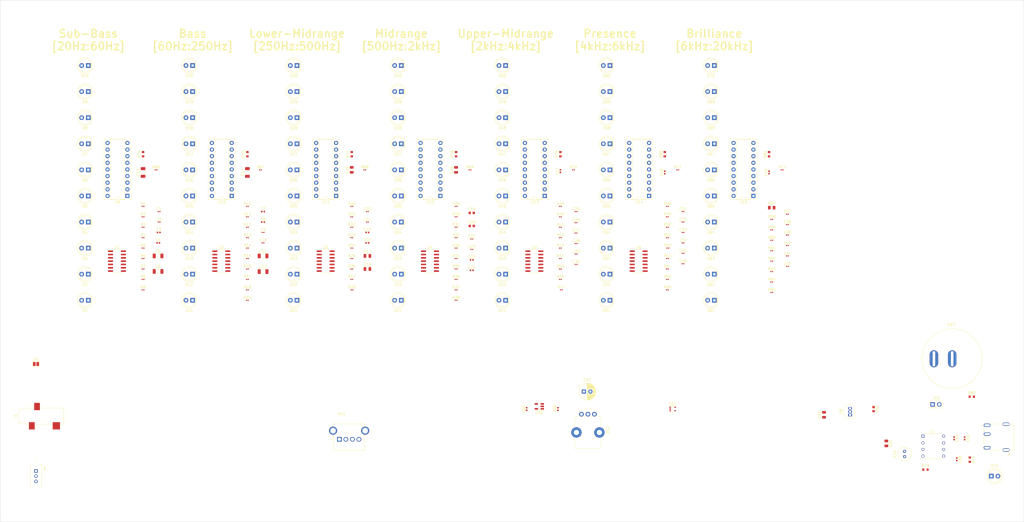
<source format=kicad_pcb>
(kicad_pcb (version 20211014) (generator pcbnew)
  (layers (0 "F.Cu" signal) (31 "B.Cu" signal) (34 "B.Paste" user) (35 "F.Paste" user) (36 "B.SilkS" user "B.Silkscreen") (37 "F.SilkS" user "F.Silkscreen") (38 "B.Mask" user) (39 "F.Mask" user) (44 "Edge.Cuts" user))
  (net 0 "")
  (net 1 "Net-(C1-Pad1)")
  (net 2 "Net-(C1-Pad2)")
  (net 3 "Net-(C2-Pad2)")
  (net 4 "Net-(C3-Pad1)")
  (net 5 "Net-(C3-Pad2)")
  (net 6 "Net-(C4-Pad2)")
  (net 7 "Net-(C5-Pad1)")
  (net 8 "Net-(C43-Pad1)")
  (net 9 "Net-(C6-Pad2)")
  (net 10 "Net-(C7-Pad1)")
  (net 11 "Net-(C7-Pad2)")
  (net 12 "Net-(C8-Pad2)")
  (net 13 "Net-(C10-Pad1)")
  (net 14 "Net-(C9-Pad2)")
  (net 15 "Net-(C10-Pad2)")
  (net 16 "Net-(C11-Pad1)")
  (net 17 "Net-(C11-Pad2)")
  (net 18 "Net-(C12-Pad2)")
  (net 19 "Net-(C13-Pad1)")
  (net 20 "Net-(C13-Pad2)")
  (net 21 "Net-(C14-Pad2)")
  (net 22 "Net-(C15-Pad1)")
  (net 23 "Net-(C15-Pad2)")
  (net 24 "Net-(C16-Pad2)")
  (net 25 "Net-(C17-Pad1)")
  (net 26 "Net-(C17-Pad2)")
  (net 27 "Net-(C18-Pad2)")
  (net 28 "Net-(C19-Pad1)")
  (net 29 "Net-(C19-Pad2)")
  (net 30 "Net-(C20-Pad2)")
  (net 31 "Net-(C21-Pad1)")
  (net 32 "Net-(C21-Pad2)")
  (net 33 "Net-(C22-Pad2)")
  (net 34 "Net-(C23-Pad1)")
  (net 35 "Net-(C23-Pad2)")
  (net 36 "Net-(C24-Pad2)")
  (net 37 "Net-(C25-Pad1)")
  (net 38 "Net-(C25-Pad2)")
  (net 39 "Net-(C26-Pad2)")
  (net 40 "Net-(C27-Pad1)")
  (net 41 "Net-(C27-Pad2)")
  (net 42 "Net-(C28-Pad2)")
  (net 43 "Net-(C29-Pad1)")
  (net 44 "Net-(C29-Pad2)")
  (net 45 "Net-(C30-Pad2)")
  (net 46 "Net-(C31-Pad1)")
  (net 47 "Net-(C31-Pad2)")
  (net 48 "Net-(C32-Pad2)")
  (net 49 "Net-(C33-Pad1)")
  (net 50 "Net-(C33-Pad2)")
  (net 51 "Net-(C34-Pad2)")
  (net 52 "Net-(C35-Pad1)")
  (net 53 "Net-(C35-Pad2)")
  (net 54 "Net-(C36-Pad2)")
  (net 55 "Net-(C37-Pad1)")
  (net 56 "Net-(C37-Pad2)")
  (net 57 "Net-(C38-Pad2)")
  (net 58 "Net-(C39-Pad1)")
  (net 59 "Net-(C39-Pad2)")
  (net 60 "Net-(C40-Pad2)")
  (net 61 "Net-(C41-Pad1)")
  (net 62 "Net-(C41-Pad2)")
  (net 63 "Net-(C42-Pad2)")
  (net 64 "VSubBass")
  (net 65 "VBass")
  (net 66 "VLowerMidrange")
  (net 67 "VMidrange")
  (net 68 "VUpperMidrange")
  (net 69 "VPresence")
  (net 70 "VBrilliance")
  (net 71 "+9V")
  (net 72 "GND")
  (net 73 "+5V")
  (net 74 "Net-(C54-Pad1)")
  (net 75 "Net-(C54-Pad2)")
  (net 76 "Net-(C55-Pad1)")
  (net 77 "-5V")
  (net 78 "Net-(D1-Pad1)")
  (net 79 "Net-(D2-Pad1)")
  (net 80 "Net-(D3-Pad1)")
  (net 81 "Net-(D4-Pad1)")
  (net 82 "Net-(D5-Pad1)")
  (net 83 "Net-(D6-Pad1)")
  (net 84 "Net-(D7-Pad1)")
  (net 85 "Net-(D8-Pad1)")
  (net 86 "Net-(D9-Pad1)")
  (net 87 "Net-(D10-Pad1)")
  (net 88 "Net-(C59-Pad1)")
  (net 89 "Net-(D11-Pad1)")
  (net 90 "Net-(D12-Pad1)")
  (net 91 "Net-(D13-Pad1)")
  (net 92 "Net-(D14-Pad1)")
  (net 93 "Net-(D15-Pad1)")
  (net 94 "Net-(D16-Pad1)")
  (net 95 "Net-(D17-Pad1)")
  (net 96 "Net-(D18-Pad1)")
  (net 97 "Net-(D19-Pad1)")
  (net 98 "Net-(D20-Pad1)")
  (net 99 "Net-(D21-Pad1)")
  (net 100 "Net-(D22-Pad1)")
  (net 101 "Net-(D23-Pad1)")
  (net 102 "Net-(D24-Pad1)")
  (net 103 "Net-(D25-Pad1)")
  (net 104 "Net-(D26-Pad1)")
  (net 105 "Net-(D27-Pad1)")
  (net 106 "Net-(D28-Pad1)")
  (net 107 "Net-(D29-Pad1)")
  (net 108 "Net-(D30-Pad1)")
  (net 109 "Net-(D31-Pad1)")
  (net 110 "Net-(D32-Pad1)")
  (net 111 "Net-(D33-Pad1)")
  (net 112 "Net-(D34-Pad1)")
  (net 113 "Net-(D35-Pad1)")
  (net 114 "Net-(D36-Pad1)")
  (net 115 "Net-(D37-Pad1)")
  (net 116 "Net-(D38-Pad1)")
  (net 117 "Net-(D39-Pad1)")
  (net 118 "Net-(D40-Pad1)")
  (net 119 "Net-(D41-Pad1)")
  (net 120 "Net-(D42-Pad1)")
  (net 121 "Net-(D43-Pad1)")
  (net 122 "Net-(D44-Pad1)")
  (net 123 "Net-(D45-Pad1)")
  (net 124 "Net-(D46-Pad1)")
  (net 125 "Net-(D47-Pad1)")
  (net 126 "Net-(D48-Pad1)")
  (net 127 "Net-(D49-Pad1)")
  (net 128 "Net-(D50-Pad1)")
  (net 129 "Net-(D51-Pad1)")
  (net 130 "Net-(D52-Pad1)")
  (net 131 "Net-(D53-Pad1)")
  (net 132 "Net-(D54-Pad1)")
  (net 133 "Net-(D55-Pad1)")
  (net 134 "Net-(D56-Pad1)")
  (net 135 "Net-(D57-Pad1)")
  (net 136 "Net-(D58-Pad1)")
  (net 137 "Net-(D59-Pad1)")
  (net 138 "Net-(D60-Pad1)")
  (net 139 "Net-(D61-Pad1)")
  (net 140 "Net-(D62-Pad1)")
  (net 141 "Net-(D63-Pad1)")
  (net 142 "Net-(D64-Pad1)")
  (net 143 "Net-(D65-Pad1)")
  (net 144 "Net-(D66-Pad1)")
  (net 145 "Net-(D67-Pad1)")
  (net 146 "Net-(D68-Pad1)")
  (net 147 "Net-(D69-Pad1)")
  (net 148 "Net-(D70-Pad1)")
  (net 149 "/Vsig_male")
  (net 150 "Mode")
  (net 151 "Vsig")
  (net 152 "Net-(R12-Pad2)")
  (net 153 "Net-(R31-Pad2)")
  (net 154 "Net-(R73-Pad2)")
  (net 155 "Net-(R75-Pad1)")
  (net 156 "LED_Brightness_Control")
  (net 157 "Net-(R76-Pad1)")
  (net 158 "Net-(R77-Pad1)")
  (net 159 "Net-(R78-Pad1)")
  (net 160 "Net-(R79-Pad1)")
  (net 161 "Net-(R80-Pad1)")
  (net 162 "Net-(R81-Pad1)")
  (net 164 "Net-(D71-Pad2)")
  (net 165 "/Vsig_female")
  (net 166 "/Power/Power")
  (net 167 "Net-(U6-Pad5)")
  (net 168 "Net-(U6-Pad13)")
  (net 169 "Net-(U6-Pad10)")
  (net 170 "Net-(U6-Pad12)")
  (net 172 "Rhi_Value")
  (net 174 "Net-(U17-Pad1)")
  (net 175 "Net-(J2-PadS1)")
  (footprint "Resistor_SMD:R_0201_0603Metric" (layer "F.Cu") (at 146 116)
    (fp_text reference "R13")
    (fp_text value "118k")
  )
  (footprint "LED_THT:LED_D5.0mm" (layer "F.Cu") (at 205 60 180)
    (fp_text reference "D39")
    (fp_text value "LED")
  )
  (footprint "Resistor_SMD:R_0201_0603Metric" (layer "F.Cu") (at 151 90)
    (fp_text reference "R67")
    (fp_text value "1k")
  )
  (footprint "Resistor_SMD:R_0201_0603Metric" (layer "F.Cu") (at 186 128)
    (fp_text reference "R26")
    (fp_text value "140k")
  )
  (footprint "Resistor_SMD:R_0603_1608Metric" (layer "F.Cu") (at 146 84 90)
    (fp_text reference "R76")
    (fp_text value "680")
  )
  (footprint "Capacitor_THT:C_Radial_D5.0mm_H5.0mm_P2.00mm" (layer "F.Cu") (at 397.95 199.93 90)
    (fp_text reference "C55")
    (fp_text value "100u")
  )
  (footprint "LED_THT:LED_D5.0mm" (layer "F.Cu") (at 85 90 180)
    (fp_text reference "D6")
    (fp_text value "LED")
  )
  (footprint "LED_THT:LED_D5.0mm" (layer "F.Cu") (at 325 100 180)
    (fp_text reference "D65")
    (fp_text value "LED")
  )
  (footprint "Resistor_SMD:R_0201_0603Metric" (layer "F.Cu") (at 226 116)
    (fp_text reference "R32")
    (fp_text value "33.2k")
  )
  (footprint "Resistor_SMD:R_0201_0603Metric" (layer "F.Cu") (at 106 136)
    (fp_text reference "R9")
    (fp_text value "390k")
  )
  (footprint "Resistor_SMD:R_0201_0603Metric" (layer "F.Cu") (at 146 136)
    (fp_text reference "R18")
    (fp_text value "66.5k")
  )
  (footprint "Capacitor_SMD:C_0201_0603Metric" (layer "F.Cu") (at 313 122)
    (fp_text reference "C35")
    (fp_text value "1n")
  )
  (footprint "Capacitor_SMD:C_0402_1005Metric" (layer "F.Cu") (at 416.95 192.93 -90)
    (fp_text reference "C53")
    (fp_text value "1u")
  )
  (footprint "Capacitor_SMD:C_0201_0603Metric" (layer "F.Cu") (at 192 110)
    (fp_text reference "C14")
    (fp_text value "4.7n")
  )
  (footprint "Resistor_SMD:R_0201_0603Metric" (layer "F.Cu") (at 226 108)
    (fp_text reference "R30")
    (fp_text value "100k")
  )
  (footprint "LED_THT:LED_D5.0mm" (layer "F.Cu") (at 325 70 180)
    (fp_text reference "D68")
    (fp_text value "LED")
  )
  (footprint "Resistor_SMD:R_0201_0603Metric" (layer "F.Cu") (at 307 116)
    (fp_text reference "R51")
    (fp_text value "66.5k")
  )
  (footprint "Resistor_SMD:R_0603_1608Metric" (layer "F.Cu") (at 186 84 90)
    (fp_text reference "R77")
    (fp_text value "680")
  )
  (footprint "Resistor_SMD:R_0201_0603Metric" (layer "F.Cu") (at 226 112)
    (fp_text reference "R31")
    (fp_text value "66.5k")
  )
  (footprint "LED_THT:LED_D5.0mm" (layer "F.Cu") (at 245 110 180)
    (fp_text reference "D44")
    (fp_text value "LED")
  )
  (footprint "Resistor_SMD:R_0201_0603Metric" (layer "F.Cu") (at 186 104)
    (fp_text reference "R20")
    (fp_text value "137k")
  )
  (footprint "Capacitor_SMD:C_0201_0603Metric" (layer "F.Cu") (at 232 120.5)
    (fp_text reference "C22")
    (fp_text value "1n")
  )
  (footprint "Package_DIP:DIP-18_W7.62mm_Socket" (layer "F.Cu") (at 260 100 180)
    (fp_text reference "U13")
    (fp_text value "LM3915N-1")
  )
  (footprint "Capacitor_SMD:C_0603_1608Metric" (layer "F.Cu") (at 232 111.5)
    (fp_text reference "C20")
    (fp_text value "1.6n")
  )
  (footprint "LED_THT:LED_D5.0mm" (layer "F.Cu") (at 285 140 180)
    (fp_text reference "D51")
    (fp_text value "LED")
  )
  (footprint "Capacitor_SMD:C_0805_2012Metric" (layer "F.Cu") (at 192 128)
    (fp_text reference "C18")
    (fp_text value "6.2n")
  )
  (footprint "Resistor_SMD:R_0201_0603Metric" (layer "F.Cu") (at 106 120)
    (fp_text reference "R5")
    (fp_text value "37.4k")
  )
  (footprint "Capacitor_SMD:C_0201_0603Metric" (layer "F.Cu") (at 152 114)
    (fp_text reference "C9")
    (fp_text value "6.8n")
  )
  (footprint "Potentiometer_THT:Potentiometer_Bourns_PTV09A-1_Single_Vertical" (layer "F.Cu") (at 274.05 183.68 -90)
    (fp_text reference "RV2")
    (fp_text value "5k_Rhi_Adjuster")
  )
  (footprint "Capacitor_SMD:C_0201_0603Metric" (layer "F.Cu") (at 272 122.25)
    (fp_text reference "C29")
    (fp_text value "1n")
  )
  (footprint "LED_THT:LED_D5.0mm" (layer "F.Cu") (at 165 140 180)
    (fp_text reference "D21")
    (fp_text value "LED")
  )
  (footprint "Package_DIP:DIP-18_W7.62mm_Socket" (layer "F.Cu") (at 180 100 180)
    (fp_text reference "U11")
    (fp_text value "LM3915N-1")
  )
  (footprint "Resistor_SMD:R_0201_0603Metric" (layer "F.Cu") (at 226 124)
    (fp_text reference "R34")
    (fp_text value "48.7k")
  )
  (footprint "LED_THT:LED_D5.0mm" (layer "F.Cu") (at 285 50 180)
    (fp_text reference "D60")
    (fp_text value "LED")
  )
  (footprint "LED_THT:LED_D5.0mm" (layer "F.Cu") (at 325 80 180)
    (fp_text reference "D67")
    (fp_text value "LED")
  )
  (footprint "Resistor_SMD:R_0201_0603Metric" (layer "F.Cu") (at 226 104)
    (fp_text reference "R29")
    (fp_text value "100k")
  )
  (footprint "Resistor_SMD:R_0201_0603Metric" (layer "F.Cu") (at 307.155 120)
    (fp_text reference "R52")
    (fp_text value "2.87k")
  )
  (footprint "Package_TO_SOT_SMD:SOT-353_SC-70-5" (layer "F.Cu") (at 309.05 181.68)
    (fp_text reference "U17")
    (fp_text value "NCS333ASQ3T2G")
  )
  (footprint "Resistor_SMD:R_0201_0603Metric" (layer "F.Cu") (at 271 90)
    (fp_text reference "R70")
    (fp_text value "1k")
  )
  (footprint "Package_DIP:DIP-18_W7.62mm_Socket" (layer "F.Cu") (at 220 100 180)
    (fp_text reference "U12")
    (fp_text value "LM3915N-1")
  )
  (footprint "Capacitor_SMD:C_0201_0603Metric" (layer "F.Cu") (at 353 119)
    (fp_text reference "C40")
    (fp_text value "1n")
  )
  (footprint "Resistor_SMD:R_0201_0603Metric" (layer "F.Cu") (at 146 132)
    (fp_text reference "R17")
    (fp_text value "68k")
  )
  (footprint "Capacitor_SMD:C_0402_1005Metric" (layer "F.Cu") (at 152 106)
    (fp_text reference "C7")
    (fp_text value "13n")
  )
  (footprint "Resistor_SMD:R_0201_0603Metric" (layer "F.Cu") (at 347 117)
    (fp_text reference "R60")
    (fp_text value "8.06k")
  )
  (footprint "LED_THT:LED_D5.0mm" (layer "F.Cu") (at 85 130 180)
    (fp_text reference "D2")
    (fp_text value "LED")
  )
  (footprint "Capacitor_SMD:C_0402_1005Metric" (layer "F.Cu") (at 232 128.5)
    (fp_text reference "C24")
    (fp_text value "3n")
  )
  (footprint "Capacitor_SMD:C_0805_2012Metric" (layer "F.Cu") (at 226 90 90)
    (fp_text reference "C46")
    (fp_text value "10u")
  )
  (footprint "LED_THT:LED_D5.0mm" (layer "F.Cu") (at 165 80 180)
    (fp_text reference "D27")
    (fp_text value "LED")
  )
  (footprint "LED_THT:LED_D5.0mm" (layer "F.Cu") (at 125 120 180)
    (fp_text reference "D13")
    (fp_text value "LED")
  )
  (footprint "Resistor_SMD:R_0201_0603Metric" (layer "F.Cu") (at 226 140)
    (fp_text reference "R38")
    (fp_text value "324k")
  )
  (footprint "Package_DIP:DIP-18_W7.62mm_Socket" (layer "F.Cu") (at 140 100 180)
    (fp_text reference "U10")
    (fp_text value "LM3915N-1")
  )
  (footprint "Resistor_SMD:R_0201_0603Metric" (layer "F.Cu") (at 146 128)
    (fp_text reference "R16")
    (fp_text value "309k")
  )
  (footprint "LED_THT:LED_D5.0mm" (layer "F.Cu") (at 85 100 180)
    (fp_text reference "D5")
    (fp_text value "LED")
  )
  (footprint "Resistor_SMD:R_0201_0603Metric" (layer "F.Cu") (at 146 124)
    (fp_text reference "R15")
    (fp_text value "62k")
  )
  (footprint "Capacitor_SMD:C_0201_0603Metric" (layer "F.Cu") (at 271.975 114.25)
    (fp_text reference "C27")
    (fp_text value "1n")
  )
  (footprint "Capacitor_SMD:C_0402_1005Metric" (layer "F.Cu") (at 192 114)
    (fp_text reference "C15")
    (fp_text value "3.3n")
  )
  (footprint "Capacitor_SMD:C_1206_3216Metric" (layer "F.Cu") (at 152 123)
    (fp_text reference "C11")
    (fp_text value "24n")
  )
  (footprint "Capacitor_SMD:C_0603_1608Metric" (layer "F.Cu") (at 386.06 181.725 -90)
    (fp_text reference "C50")
    (fp_text value "0.33uF")
  )
  (footprint "LED_THT:LED_D5.0mm" (layer "F.Cu") (at 125 110 180)
    (fp_text reference "D14")
    (fp_text value "LED")
  )
  (footprint "LED_THT:LED_D5.0mm" (layer "F.Cu") (at 205 50 180)
    (fp_text reference "D40")
    (fp_text value "LED")
  )
  (footprint "Resistor_SMD:R_0201_0603Metric" (layer "F.Cu") (at 347 133)
    (fp_text reference "R64")
    (fp_text value "10.7k")
  )
  (footprint "Capacitor_SMD:C_0402_1005Metric" (layer "F.Cu") (at 306 91 90)
    (fp_text reference "C48")
    (fp_text value "1u")
  )
  (footprint "Package_SO:SOIC-14_3.9x8.7mm_P1.27mm" (layer "F.Cu") (at 136 125)
    (fp_text reference "U2")
    (fp_text value "LM324")
  )
  (footprint "LED_THT:LED_D5.0mm" (layer "F.Cu") (at 245 90 180)
    (fp_text reference "D46")
    (fp_text value "LED")
  )
  (footprint "LED_THT:LED_D5.0mm" (layer "F.Cu") (at 85 70 180)
    (fp_text reference "D8")
    (fp_text value "LED")
  )
  (footprint "Resistor_SMD:R_0603_1608Metric" (layer "F.Cu") (at 422.95 201.105 -90)
    (fp_text reference "R74")
    (fp_text value "102k")
  )
  (footprint "Capacitor_SMD:C_0805_2012Metric" (layer "F.Cu") (at 186 90 90)
    (fp_text reference "C45")
    (fp_text value "10u")
  )
  (footprint "LED_THT:LED_D5.0mm" (layer "F.Cu") (at 85 80 180)
    (fp_text reference "D7")
    (fp_text value "LED")
  )
  (footprint "LED_THT:LED_D5.0mm" (layer "F.Cu") (at 205 80 180)
    (fp_text reference "D37")
    (fp_text value "LED")
  )
  (footprint "Resistor_SMD:R_0201_0603Metric" (layer "F.Cu") (at 146 140)
    (fp_text reference "R19")
    (fp_text value "332k")
  )
  (footprint "Slide_Switch:SW_OS102011MS2QN1" (layer "F.Cu") (at 64.95 207.43 -90)
    (fp_text reference "SW1")
    (fp_text value "SW_SPDT")
  )
  (footprint "LED_THT:LED_D5.0mm" (layer "F.Cu") (at 125 130 180)
    (fp_text reference "D12")
    (fp_text value "LED")
  )
  (footprint "Capacitor_SMD:C_0201_0603Metric" (layer "F.Cu") (at 353 111)
    (fp_text reference "C38")
    (fp_text value "1n")
  )
  (footprint "LED_THT:LED_D5.0mm" (layer "F.Cu") (at 285 70 180)
    (fp_text reference "D58")
    (fp_text value "LED")
  )
  (footprint "LED_THT:LED_D5.0mm" (layer "F.Cu") (at 325 130 180)
    (fp_text reference "D62")
    (fp_text value "LED")
  )
  (footprint "Resistor_SMD:R_0201_0603Metric" (layer "F.Cu") (at 347 121)
    (fp_text reference "R61")
    (fp_text value "4.32k")
  )
  (footprint "LED_THT:LED_D5.0mm" (layer "F.Cu") (at 285 100 180)
    (fp_text reference "D55")
    (fp_text value "LED")
  )
  (footprint "Resistor_SMD:R_0201_0603Metric" (layer "F.Cu") (at 146 120)
    (fp_text reference "R14")
    (fp_text value "63.4k")
  )
  (footprint "Resistor_SMD:R_0201_0603Metric" (layer "F.Cu") (at 307 108)
    (fp_text reference "R49")
    (fp_text value "7.32k")
  )
  (footprint "LED_THT:LED_D5.0mm" (layer "F.Cu") (at 205 120 180)
    (fp_text reference "D33")
    (fp_text value "LED")
  )
  (footprint "Resistor_SMD:R_0201_0603Metric" (layer "F.Cu") (at 226 120)
    (fp_text reference "R33")
    (fp_text value "56k")
  )
  (footprint "Resistor_SMD:R_0201_0603Metric" (layer "F.Cu") (at 347 109)
    (fp_text reference "R58")
    (fp_text value "48.7k")
  )
  (footprint "LED_THT:LED_D5.0mm" (layer "F.Cu") (at 125 70 180)
    (fp_text reference "D18")
    (fp_text value "LED")
  )
  (footprint "LED_THT:LED_D5.0mm" (layer "F.Cu") (at 245 50 180)
    (fp_text reference "D50")
    (fp_text value "LED")
  )
  (footprint "Capacitor_SMD:C_0201_0603Metric" (layer "F.Cu") (at 353 107)
    (fp_text reference "C37")
    (fp_text value "1n")
  )
  (footprint "Resistor_SMD:R_0201_0603Metric" (layer "F.Cu") (at 347 113)
    (fp_text reference "R59")
    (fp_text value "22.6k")
  )
  (footprint "LED_THT:LED_D5.0mm" (layer "F.Cu") (at 85 120 180)
    (fp_text reference "D3")
    (fp_text value "LED")
  )
  (footprint "Capacitor_SMD:C_0402_1005Metric" (layer "F.Cu") (at 232 124.5)
    (fp_text reference "C23")
    (fp_text value "3n")
  )
  (footprint "DC_Power_Jack_PJ_070BH:CUI_PJ-079BH" (layer "F.Cu") (at 439.8875 191.23 180)
    (fp_text reference "J2")
    (fp_text value "PJ-079BH")
  )
  (footprint "LED_THT:LED_D5.0mm" (layer "F.Cu") (at 245 80 180)
    (fp_text reference "D47")
    (fp_text value "LED")
  )
  (footprint "LED_THT:LED_D5.0mm" (layer "F.Cu") (at 125 60 180)
    (fp_text reference "D19")
    (fp_text value "LED")
  )
  (footprint "LED_THT:LED_D5.0mm" (layer "F.Cu") (at 431.2 207.43)
    (fp_text reference "D71")
    (fp_text value "LED")
  )
  (footprint "LED_THT:LED_D5.0mm" (layer "F.Cu") (at 165 90 180)
    (fp_text reference "D26")
    (fp_text value "LED")
  )
  (footprint "Capacitor_SMD:C_0402_1005Metric" (layer "F.Cu") (at 346 91 90)
    (fp_text reference "C49")
    (fp_text value "1u")
  )
  (footprint "Resistor_SMD:R_0201_0603Metric" (layer "F.Cu") (at 307 128)
    (fp_text reference "R54")
    (fp_text value "95.3k")
  )
  (footprint "Resistor_SMD:R_0201_0603Metric" (layer "F.Cu") (at 186 124)
    (fp_text reference "R25")
    (fp_text value "590k")
  )
  (footprint "Capacitor_SMD:C_0805_2012Metric" (layer "F.Cu") (at 390.95 194.88 -90)
    (fp_text reference "C54")
    (fp_text value "10u")
  )
  (footprint "LED_THT:LED_D5.0mm" (layer "F.Cu") (at 245 60 180)
    (fp_text reference "D49")
    (fp_text value "LED")
  )
  (footprint "Resistor_SMD:R_0201_0603Metric" (layer "F.Cu") (at 266 112)
    (fp_text reference "R41")
    (fp_text value "160k")
  )
  (footprint "Capacitor_SMD:C_0201_0603Metric" (layer "F.Cu") (at 313 114)
    (fp_text reference "C33")
    (fp_text value "1n")
  )
  (footprint "Resistor_SMD:R_0201_0603Metric" (layer "F.Cu") (at 106 104)
    (fp_text reference "R1")
    (fp_text value "84.5k")
  )
  (footprint "Capacitor_SMD:C_0402_1005Metric" (layer "F.Cu") (at 420.95 192.93 -90)
    (fp_text reference "C52")
    (fp_text value "1u")
  )
  (footprint "Package_DIP:DIP-18_W7.62mm_Socket" (layer "F.Cu") (at 340 100 180)
    (fp_text reference "U15")
    (fp_text value "LM3915N-1")
  )
  (footprint "LED_THT:LED_D5.0mm" (layer "F.Cu") (at 285 110 180)
    (fp_text reference "D54")
    (fp_text value "LED")
  )
  (footprint "Resistor_SMD:R_0201_0603Metric" (layer "F.Cu") (at 307 136)
    (fp_text reference "R56")
    (fp_text value "383k")
  )
  (footprint "Capacitor_SMD:C_0805_2012Metric" (layer "F.Cu") (at 367.06 183.9 90)
    (fp_text reference "C51")
    (fp_text value "0.1uF")
  )
  (footprint "Capacitor_SMD:C_0201_0603Metric" (layer "F.Cu") (at 192 106)
    (fp_text reference "C13")
    (fp_text value "4.7n")
  )
  (footprint "Capacitor_SMD:C_0201_0603Metric" (layer "F.Cu") (at 313 126)
    (fp_text reference "C36")
    (fp_text value "1n")
  )
  (footprint "LED_THT:LED_D5.0mm" (layer "F.Cu") (at 285 120 180)
    (fp_text reference "D53")
    (fp_text value "LED")
  )
  (footprint "LED_THT:LED_D5.0mm" (layer "F.Cu") (at 165 100 180)
    (fp_text reference "D25")
    (fp_text value "LED")
  )
  (footprint "LED_THT:LED_D5.0mm" (layer "F.Cu") (at 285 60 180)
    (fp_text reference "D59")
    (fp_text value "LED")
  )
  (footprint "LED_THT:LED_D5.0mm" (layer "F.Cu") (at 85 140 180)
    (fp_text reference "D1")
    (fp_text value "LED")
  )
  (footprint "LED_THT:LED_D5.0mm" (layer "F.Cu") (at 165 130 180)
    (fp_text reference "D22")
    (fp_text value "LED")
  )
  (footprint "Package_DIP:DIP-18_W7.62mm_Socket" (layer "F.Cu") (at 100 100 180)
    (fp_text reference "U9")
    (fp_text value "LM3915N-1")
  )
  (footprint "Capacitor_SMD:C_1206_3216Metric" (layer "F.Cu") (at 111.75 128.95)
    (fp_text reference "C6")
    (fp_text value "75n")
  )
  (footprint "LED_THT:LED_D5.0mm" (layer "F.Cu") (at 205 130 180)
    (fp_text reference "D32")
    (fp_text value "LED")
  )
  (footprint "LED_THT:LED_D5.0mm" (layer "F.Cu") (at 245 70 180)
    (fp_text reference "D48")
    (fp_text value "LED")
  )
  (footprint "Package_TO_SOT_THT:TO-92_Inline" (layer "F.Cu") (at 377.06 183.95 90)
    (fp_text reference "U8")
    (fp_text value "MC78L05_TO92")
  )
  (footprint "Resistor_SMD:R_0201_0603Metric" (layer "F.Cu") (at 186.095 136)
    (fp_text reference "R28")
    (fp_text value "576k")
  )
  (footprint "Capacitor_SMD:C_0201_0603Metric" (layer "F.Cu") (at 353 127)
    (fp_text reference "C42")
    (fp_text value "1n")
  )
  (footprint "LED_THT:LED_D5.0mm" (layer "F.Cu") (at 125 50 180)
    (fp_text reference "D20")
    (fp_text value "LED")
  )
  (footprint "Capacitor_SMD:C_0402_1005Metric" (layer "F.Cu") (at 112 114)
    (fp_text reference "C3")
    (fp_text value "27n")
  )
  (footprint "Resistor_SMD:R_0201_0603Metric" (layer "F.Cu") (at 146 112)
    (fp_text reference "R12")
    (fp_text value "162k")
  )
  (footprint "Resistor_SMD:R_0201_0603Metric" (layer "F.Cu") (at 111 90)
    (fp_text reference "R66")
    (fp_text value "1k")
  )
  (footprint "Capacitor_SMD:C_1206_3216Metric" (layer "F.Cu") (at 152 129)
    (fp_text reference "C12")
    (fp_text value "24n")
  )
  (footprint "Capacitor_SMD:C_0201_0603Metric" (layer "F.Cu") (at 313 110)
    (fp_text reference "C32")
    (fp_text value "1n")
  )
  (footprint "Resistor_SMD:R_0201_0603Metric" (layer "F.Cu") (at 191 90)
    (fp_text reference "R68")
    (fp_text value "1k")
  )
  (footprint "Capacitor_SMD:C_0402_1005Metric" (layer "F.Cu") (at 253.05 181.68 90)
    (fp_text reference "C59")
    (fp_text value "1u")
  )
  (footprint "Capacitor_SMD:C_0603_1608Metric" (layer "F.Cu") (at 232 106.5)
    (fp_text reference "C19")
    (fp_text value "1.6n")
  )
  (footprint "Capacitor_SMD:C_0402_1005Metric" (layer "F.Cu") (at 266 90.48 90)
    (fp_text reference "C47")
    (fp_text value "1u")
  )
  (footprint "Capacitor_SMD:C_0402_1005Metric" (layer "F.Cu") (at 152 110)
    (fp_text reference "C8")
    (fp_text value "13n")
  )
  (footprint "Capacitor_SMD:C_0201_0603Metric" (layer "F.Cu") (at 353 123)
    (fp_text reference "C41")
    (fp_text value "1n")
  )
  (footprint "LED_THT:LED_D5.0mm" (layer "F.Cu") (at 85 60 180)
    (fp_text reference "D9")
    (fp_text value "LED")
  )
  (footprint "PTV111_Horizontal:TRIM_PTV111-1415A-B203" (layer "F.Cu") (at 185 190)
    (fp_text reference "RV1")
    (fp_text value "10k_LED_Brightness_Pot")
    (fp_line (start 5.1 -1.1) (end 7.2 -1.1) (layer "Edge.Cuts") (width 0.01))
    (fp_line (start -7.2 -1.1) (end -5.1 -1.1) (layer "Edge.Cuts") (width 0.01))
    (fp_line (start -7.2 1.1) (end -7.2 -1.1) (layer "Edge.Cuts") (width 0.01))
    (fp_line (start 7.2 -1.1) (end 7.2 1.1) (layer "Edge.Cuts") (width 0.01))
    (fp_line (start 7.2 1.1) (end 5.1 1.1) (layer "Edge.Cuts") (width 0.01))
    (fp_line (start 5.1 1.1) (end 5.1 -1.1) (layer "Edge.Cuts") (width 0.01))
    (fp_line (start -5.1 -1.1) (end -5.1 1.1) (layer "Edge.Cuts") (width 0.01))
    (fp_line (start -5.1 1.1) (end -7.2 1.1) (layer "Edge.Cuts") (width 0.01))
  )
  (footprint "LED_THT:LED_D5.0mm" (layer "F.Cu") (at 245 120 180)
    (fp_text reference "D43")
    (fp_text value "LED")
  )
  (footprint "Resistor_SMD:R_0201_0603Metric" (layer "F.Cu") (at 266.345 136)
    (fp_text reference "R47")
    (fp_text value "453k")
  )
  (footprint "Capacitor_SMD:C_0805_2012Metric" (layer "F.Cu") (at 192 123)
    (fp_text reference "C17")
    (fp_text value "6.2n")
  )
  (footprint "LED_THT:LED_D5.0mm" (layer "F.Cu") (at 85 110 180)
    (fp_text reference "D4")
    (fp_text value "LED")
  )
  (footprint "Resistor_SMD:R_0201_0603Metric" (layer "F.Cu") (at 307 104)
    (fp_text reference "R48")
    (fp_text value "78.7k")
  )
  (footprint "Capacitor_SMD:C_0201_0603Metric" (layer "F.Cu") (at 112.16 110)
    (fp_text reference "C2")
    (fp_text value "47n")
  )
  (footprint "Capacitor_SMD:C_0402_1005Metric" (layer "F.Cu") (at 192 118)
    (fp_text reference "C16")
    (fp_text value "3.3n")
  )
  (footprint "LED_THT:LED_D5.0mm" (layer "F.Cu") (at 205 100 180)
    (fp_text reference "D35")
    (fp_text value "LED")
  )
  (footprint "Resistor_SMD:R_0201_0603Metric" (layer "F.Cu") (at 347 137)
    (fp_text reference "R65")
    (fp_text value "90.9k")
  )
  (footprint "Connector_PinHeader_2.54mm:PinHeader_2x01_P2.54mm_Vertical" (layer "F.Cu") (at 408.7 179.93)
    (fp_text reference "JP2")
    (fp_text value "Jumper_2_Open")
  )
  (footprint "Capacitor_SMD:C_0201_0603Metric" (layer "F.Cu") (at 272 106)
    (fp_text reference "C25")
    (fp_text value "1n")
  )
  (footprint "Resistor_SMD:R_0201_0603Metric" (layer "F.Cu") (at 186 132)
    (fp_text reference "R27")
    (fp_text value "19k")
  )
  (footprint "LED_THT:LED_D5.0mm" (layer "F.Cu") (at 325 120 180)
    (fp_text reference "D63")
    (fp_text value "LED")
  )
  (footprint "Capacitor_SMD:C_0201_0603Metric" (layer "F.Cu") (at 272 110.25)
    (fp_text reference "C26")
    (fp_text value "1n")
  )
  (footprint "LED_THT:LED_D5.0mm" (layer "F.Cu") (at 165 50 180)
    (fp_text reference "D30")
    (fp_text value "LED")
  )
  (footprint "Connector_Audio:Jack_3.5mm_CUI_SJ-3523-SMT_Horizontal" (layer "F.Cu") (at 66.95 184.43 90)
    (fp_text reference "J1")
    (fp_text value "AudioJack2_Ground")
  )
  (footprint "Capacitor_SMD:C_0201_0603Metric" (layer "F.Cu") (at 353 115)
    (fp_text reference "C39")
    (fp_text value "1n")
  )
  (footprint "Resistor_SMD:R_0603_1608Metric" (layer "F.Cu") (at 306 84 90)
    (fp_text reference "R80")
    (fp_text value "680")
  )
  (footprint "Resistor_SMD:R_0201_0603Metric" (layer "F.Cu") (at 106 108)
    (fp_text reference "R2")
    (fp_text value "160k")
  )
  (footprint "LED_THT:LED_D5.0mm" (layer "F.Cu") (at 205 90 180)
    (fp_text reference "D36")
    (fp_text value "LED")
  )
  (footprint "Capacitor_SMD:C_0201_0603Metric" (layer "F.Cu") (at 272 118.25)
    (fp_text reference "C28")
    (fp_text value "1n")
  )
  (footprint "Package_SO:SOIC-14_3.9x8.7mm_P1.27mm" (layer "F.Cu") (at 296 125)
    (fp_text reference "U6")
    (fp_text value "LM324")
  )
  (footprint "Resistor_SMD:R_0201_0603Metric" (layer "F.Cu") (at 266 128)
    (fp_text reference "R45")
    (fp_text value "107k")
  )
  (footprint "Resistor_SMD:R_0201_0603Metric" (layer "F.Cu") (at 186 116)
    (fp_text reference "R23")
    (fp_text value "143k")
  )
  (footprint "Resistor_SMD:R_0603_1608Metric" (layer "F.Cu") (at 226 84 90)
    (fp_text reference "R78")
    (fp_text value "680")
  )
  (footprint "Resistor_SMD:R_0201_0603Metric" (layer "F.Cu") (at 307 124)
    (fp_text reference "R53")
    (fp_text value "270k")
  )
  (footprint "Resistor_SMD:R_0603_1608Metric" (layer "F.Cu") (at 405.95 204.93)
    (fp_text reference "R73")
    (fp_text value "20k")
  )
  (footprint "Resistor_SMD:R_0603_1608Metric" (layer "F.Cu") (at 106 84 90)
    (fp_text reference "R75")
    (fp_text value "680")
  )
  (footprint "Resistor_SMD:R_0201_0603Metric" (layer "F.Cu") (at 106 116)
    (fp_text reference "R4")
    (fp_text value "90.9k")
  )
  (footprint "Capacitor_SMD:C_1206_3216Metric" (layer "F.Cu") (at 111.75 123)
    (fp_text reference "C5")
    (fp_text value "75n")
  )
  (footprint "Resistor_SMD:R_0603_1608Metric" (layer "F.Cu") (at 423.705 176.96)
    (fp_text reference "R82")
    (fp_text value "330")
  )
  (footprint "Package_SO:SOIC-14_3.9x8.7mm_P1.27mm" (layer "F.Cu") (at 176 125)
    (fp_text reference "U3")
    (fp_text value "LM324")
  )
  (footprint "LED_THT:LED_D5.0mm" (layer "F.Cu") (at 205 140 180)
    (fp_text reference "D31")
    (fp_text value "LED")
  )
  (footprint "Resistor_SMD:R_0201_0603Metric" (layer "F.Cu") (at 266 120)
    (fp_text reference "R43")
    (fp_text value "7.87k")
  )
  (footprint "Resistor_SMD:R_0201_0603Metric" (layer "F.Cu") (at 266 132)
    (fp_text reference "R46")
    (fp_text value "14.7k")
  )
  (footprint "LED_THT:LED_D5.0mm" (layer "F.Cu") (at 325 60 180)
    (fp_text reference "D69")
    (fp_text value "LED")
  )
  (footprint "LED_THT:LED_D5.0mm" (layer "F.Cu") (at 125 80 180)
    (fp_text reference "D17")
    (fp_text value "LED")
  )
  (footprint "LED_THT:LED_D5.0mm" (layer "F.Cu") (at 325 90 180)
    (fp_text reference "D66")
    (fp_text value "LED")
  )
  (footprint "Resistor_SMD:R_0201_0603Metric" (layer "F.Cu") (at 266 108)
    (fp_text reference "R40")
    (fp_text value "26.7k")
  )
  (footprint "LED_THT:LED_D5.0mm" (layer "F.Cu") (at 125 140 180)
    (fp_text reference "D11")
    (fp_text value "LED")
  )
  (footprint "Package_TO_SOT_SMD:SOT-23-5" (layer "F.Cu") (at 257.9125 180.68 180)
    (fp_text reference "U16")
    (fp_text value "NCP161ASN350T1G")
  )
  (footprint "LED_THT:LED_D5.0mm" (layer "F.Cu") (at 245 140 180)
    (fp_text reference "D41")
    (fp_text value "LED")
  )
  (footprint "Resistor_SMD:R_0603_1608Metric" (layer "F.Cu") (at 346 84 90)
    (fp_text reference "R81")
    (fp_text value "680")
  )
  (footprint "Resistor_SMD:R_0603_1608Metric" (layer "F.Cu") (at 266 84 90)
    (fp_text reference "R79")
    (fp_text value "680")
  )
  (footprint "Resistor_SMD:R_0201_0603Metric" (layer "F.Cu") (at 347 125)
    (fp_text reference "R62")
    (fp_text value "37.4k")
  )
  (footprint "LED_THT:LED_D5.0mm" (layer "F.Cu") (at 165 70 180)
    (fp_text reference "D28")
    (fp_text value "LED")
  )
  (footprint "LED_THT:LED_D5.0mm" (layer "F.Cu") (at 125 100 180)
    (fp_text reference "D15")
    (fp_text value "LED")
  )
  (footprint "Resistor_SMD:R_0201_0603Metric" (layer "F.Cu") (at 186 120)
    (fp_text reference "R24")
    (fp_text value "19.2k")
  )
  (footprint "Resistor_SMD:R_0201_0603Metric" (layer "F.Cu") (at 226 128)
    (fp_text reference "R35")
    (fp_text value "270k")
  )
  (footprint "Resistor_SMD:R_0201_0603Metric" (layer "F.Cu") (at 266 104)
    (fp_text reference "R39")
    (fp_text value "78.7k")
  )
  (footprint "Capacitor_SMD:C_0201_0603Metric" (layer "F.Cu") (at 232 116.5)
    (fp_text reference "C21")
    (fp_text value "1n")
  )
  (footprint "Resistor_SMD:R_0201_0603Metric" (layer "F.Cu") (at 347 129)
    (fp_text reference "R63")
    (fp_text value "19.6k")
  )
  (footprint "Resistor_SMD:R_0201_0603Metric" (layer "F.Cu") (at 307 132)
    (fp_text reference "R55")
    (fp_text value "4.02k")
  )
  (footprint "LED_THT:LED_D5.0mm" (layer "F.Cu") (at 285 80 180)
    (fp_text reference "D57")
    (fp_text value "LED")
  )
  (footprint "Jumper:SolderJumper-2_P1.3mm_Open_Pad1.0x1.5mm" (layer "F.Cu") (at 64.95 164.43)
    (fp_text reference "JP1")
    (fp_text value "SolderJumper_2_Open")
  )
  (footprint "LED_THT:LED_D5.0mm" (layer "F.Cu") (at 125 90 180)
    (fp_text reference "D16")
    (fp_text value "LED")
  )
  (footprint "Capacitor_SMD:C_0201_0603Metric" (layer "F.Cu") (at 313 118)
    (fp_text reference "C34")
    (fp_text value "1n")
  )
  (footprint "Capacitor_SMD:C_0402_1005Metric" (layer "F.Cu") (at 111.82 118)
    (fp_text reference "C4")
    (fp_text value "27n")
  )
  (footprint "PW_On_Off_Switch:E-SWITCH_RR511D1121" (layer "F.Cu") (at 416.2 162.43)
    (fp_text reference "SW2")
    (fp_text value "SW_SPST")
  )
  (footprint "Capacitor_SMD:C_0402_1005Metric" (layer "F.Cu") (at 265.05 181.68 90)
    (fp_text reference "C58")
    (fp_text value "1u")
  )
  (footprint "Capacitor_SMD:C_0201_0603Metric" (layer "F.Cu") (at 112.135 106)
    (fp_text reference "C1")
    (fp_text value "47n")
  )
  (footprint "LED_THT:LED_D5.0mm" (layer "F.Cu") (at 85 50 180)
    (fp_text reference "D10")
    (fp_text value "LED")
  )
  (footprint "LED_THT:LED_D5.0mm" (layer "F.Cu") (at 285 130 180)
    (fp_text reference "D52")
    (fp_text value "LED")
  )
  (footprint "LED_THT:LED_D5.0mm" (layer "F.Cu") (at 245 130 180)
    (fp_text reference "D42")
    (fp_text value "LED")
  )
  (footprint "LED_THT:LED_D5.0mm" (layer "F.Cu") (at 205 110 180)
    (fp_text reference "D34")
    (fp_text value "LED")
  )
  (footprint "LED_THT:LED_D5.0mm" (layer "F.Cu") (at 325 140 180)
    (fp_text reference "D61")
    (fp_text value "LED")
  )
  (footprint "Capacitor_SMD:C_0201_0603Metric" (layer "F.Cu") (at 272 126.25)
    (fp_text reference "C30")
    (fp_text value "1n")
  )
  (footprint "Capacitor_THT:CP_Radial_D6.3mm_P2.50mm" (layer "F.Cu") (at 275 175)
    (fp_text reference "C57")
    (fp_text value "220u")
  )
  (footprint "Resistor_SMD:R_0201_0603Metric" (layer "F.Cu") (at 266 124)
    (fp_text reference "R44")
    (fp_text value "243k")
  )
  (footprint "Resistor_SMD:R_0201_0603Metric" (layer "F.Cu") (at 106 132)
    (fp_text reference "R8")
    (fp_text value "35.7k")
  )
  (footprint "Resistor_SMD:R_0201_0603Metric" (layer "F.Cu") (at 106 124)
    (fp_text reference "R6")
    (fp_text value "402k")
  )
  (footprint "LED_THT:LED_D5.0mm" (layer "F.Cu") (at 165 60 180)
    (fp_text reference "D29")
    (fp_text value "LED")
  )
  (footprint "Resistor_SMD:R_0201_0603Metric" (layer "F.Cu") (at 351 90)
    (fp_text reference "R72")
    (fp_text value "1k")
  )
  (footprint "LED_THT:LED_D5.0mm" (layer "F.Cu") (at 325 110 180)
    (fp_text reference "D64")
    (fp_text value "LED")
  )
  (footprint "LED_THT:LED_D5.0mm" (layer "F.Cu") (at 285 90 180)
    (fp_text reference "D56")
    (fp_text value "LED")
  )
  (footprint "LT1054_PDIP_Lin_Reg:DIP794W45P254L959H508Q8" (layer "F.Cu") (at 408.95 195.93)
    (fp_text reference "U7")
    (fp_text value "LT1054")
  )
  (footprint "Capacitor_SMD:C_0201_0603Metric" (layer "F.Cu") (at 313 106)
    (fp_text reference "C31")
    (fp_text value "1n")
  )
  (footprint "Capacitor_SMD:C_1206_3216Metric" (layer "F.Cu") (at 146 91 90)
    (fp_text reference "C44")
    (fp_text value "100u")
  )
  (footprint "Resistor_SMD:R_0201_0603Metric" (layer "F.Cu") (at 266 116)
    (fp_text reference "R42")
    (fp_text value "59k")
  )
  (footprint "LED_THT:LED_D5.0mm" (layer "F.Cu") (at 325 50 180)
    (fp_text reference "D70")
    (fp_text value "LED")
  )
  (footprint "Package_SO:SOIC-14_3.9x8.7mm_P1.27mm" (layer "F.Cu") (at 256 125)
    (fp_text reference "U5")
    (fp_text value "LM324")
  )
  (footprint "Resistor_SMD:R_0201_0603Metric" (layer "F.Cu") (at 106 112)
    (fp_text reference "R3")
    (fp_text value "169k")
  )
  (footprint "LED_THT:LED_D5.0mm" (layer "F.Cu") (at 205 70 180)
    (fp_text reference "D38")
    (fp_text value "LED")
  )
  (footprint "Capacitor_SMD:C_1206_3216Metric" (layer "F.Cu") (at 106 91 90)
    (fp_text reference "C43")
    (fp_text value "100u")
  )
  (footprint "Resistor_SMD:R_0201_0603Metric" (layer "F.Cu") (at 106 128)
    (fp_text reference "R7")
    (fp_text value "86.6k")
  )
  (footprint "Capacitor_SMD:C_0201_0603Metric" (layer "F.Cu") (at 152 118)
    (fp_text reference "C10")
    (fp_text value "6.8n")
  )
  (footprint "Resistor_SMD:R_0201_0603Metric" (layer "F.Cu") (at 311 90)
    (fp_text reference "R71")
    (fp_text value "1k")
  )
  (footprint "Resistor_SMD:R_0805_2012Metric" (layer "F.Cu") (at 347 104.5)
    (fp_text reference "R57")
    (fp_text value "11.5k")
  )
  (footprint "LED_THT:LED_D5.0mm" (layer "F.Cu") (at 165 110 180)
    (fp_text reference "D24")
    (fp_text value "LED")
  )
  (footprint "Resistor_SMD:R_0201_0603Metric" (layer "F.Cu") (at 146 108)
    (fp_text reference "R11")
    (fp_text value "90.9k")
  )
  (footprint "Package_DIP:DIP-18_W7.62mm_Socket" (layer "F.Cu") (at 300 100 180)
    (fp_text reference "U14")
    (fp_text value "LM3915N-1")
  )
  (footprint "Package_SO:SOIC-14_3.9x8.7mm_P1.27mm" (layer "F.Cu") (at 216 125)
    (fp_text reference "U4")
    (fp_text value "LM324")
  )
  (footprint "Resistor_SMD:R_0201_0603Metric" (layer "F.Cu") (at 226 132)
    (fp_text reference "R36")
    (fp_text value "66.5k")
  )
  (footprint "LED_THT:LED_D5.0mm" (layer "F.Cu") (at 245 100 180)
    (fp_text reference "D45")
    (fp_text value "LED")
  )
  (footprint "Resistor_SMD:R_0201_0603Metric" (layer "F.Cu") (at 231.345 90)
    (fp_text reference "R69")
    (fp_text value "1k")
  )
  (footprint "Resistor_SMD:R_0201_0603Metric" (layer "F.Cu") (at 226 136)
    (fp_text reference "R37")
    (fp_text value "57.6k")
  )
  (footprint "Capacitor_SMD:C_0402_1005Metric" (layer "F.Cu") (at 417.95 200.93 -90)
    (fp_text reference "C56")
    (fp_text value "0.002u")
  )
  (footprint "Package_SO:SOIC-14_3.9x8.7mm_P1.27mm" (layer "F.Cu") (at 96 125)
    (fp_text reference "U1")
    (fp_text value "LM324")
  )
  (footprint "Resistor_SMD:R_0201_0603Metric" (layer "F.Cu") (at 186 108)
    (fp_text reference "R21")
    (fp_text value "45.3k")
  )
  (footprint "Resistor_SMD:R_0201_0603Metric" (layer "F.Cu") (at 307 112)
    (fp_text reference "R50")
    (fp_text value "160k")
  )
  (footprint "Resistor_SMD:R_0201_0603Metric" (layer "F.Cu") (at 146 104)
    (fp_text reference "R10")
    (fp_text value "110k")
  )
  (footprint "LED_THT:LED_D5.0mm" (layer "F.Cu") (at 165 120 180)
    (fp_text reference "D23")
    (fp_text value "LED")
  )
  (footprint "Resistor_SMD:R_0201_0603Metric" (layer "F.Cu") (at 186 112)
    (fp_text reference "R22")
    (fp_text value "270k")
  )
  (gr_line (start 443.7 24.93) (end 51.2 24.93) (layer "Edge.Cuts") (width 0.1))
  (gr_line (start 443.7 224.93) (end 443.7 24.93) (layer "Edge.Cuts") (width 0.1))
  (gr_line (start 51.2 24.93) (end 51.2 224.93) (layer "Edge.Cuts") (width 0.1))
  (gr_line (start 51.2 224.93) (end 443.7 224.93) (layer "Edge.Cuts") (width 0.1))
  (gr_text "Presence\n[4kHz:6kHz]\n\n\n" (at 285 45) (layer "F.SilkS") (effects (font (size 3 3) (thickness 0.5))))
  (gr_text "Midrange\n[500Hz:2kHz]\n\n\n" (at 205 45) (layer "F.SilkS") (effects (font (size 3 3) (thickness 0.5))))
  (gr_text "Upper-Midrange\n[2kHz:4kHz]\n\n\n" (at 245 45) (layer "F.SilkS") (effects (font (size 3 3) (thickness 0.5))))
  (gr_text "Sub-Bass\n[20Hz:60Hz]\n\n\n" (at 85 45) (layer "F.SilkS") (effects (font (size 3 3) (thickness 0.5))))
  (gr_text "Brilliance\n[6kHz:20kHz]\n\n\n" (at 325 45) (layer "F.SilkS") (effects (font (size 3 3) (thickness 0.5))))
  (gr_text "Bass\n[60Hz:250Hz]\n\n\n" (at 125 45) (layer "F.SilkS") (effects (font (size 3 3) (thickness 0.5))))
  (gr_text "Lower-Midrange\n[250Hz:500Hz]\n\n\n" (at 165 45) (layer "F.SilkS") (effects (font (size 3 3) (thickness 0.5))))
)
</source>
